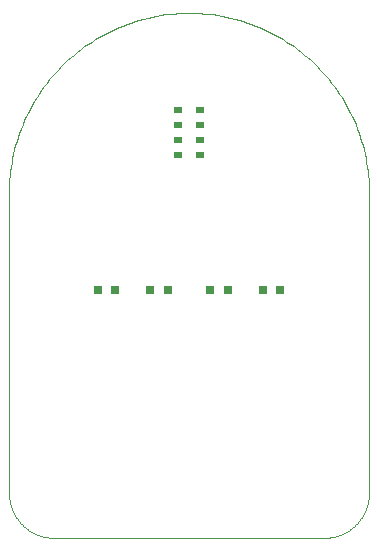
<source format=gtp>
G75*
%MOIN*%
%OFA0B0*%
%FSLAX25Y25*%
%IPPOS*%
%LPD*%
%AMOC8*
5,1,8,0,0,1.08239X$1,22.5*
%
%ADD10R,0.03150X0.01969*%
%ADD11C,0.00000*%
%ADD12R,0.03150X0.03150*%
D10*
X0057957Y0129217D03*
X0057957Y0134138D03*
X0057957Y0139059D03*
X0057957Y0143980D03*
X0065043Y0143980D03*
X0065043Y0139059D03*
X0065043Y0134138D03*
X0065043Y0129217D03*
D11*
X0001500Y0116500D02*
X0001500Y0016500D01*
X0001504Y0016138D01*
X0001518Y0015775D01*
X0001539Y0015413D01*
X0001570Y0015052D01*
X0001609Y0014692D01*
X0001657Y0014333D01*
X0001714Y0013975D01*
X0001779Y0013618D01*
X0001853Y0013263D01*
X0001936Y0012910D01*
X0002027Y0012559D01*
X0002126Y0012211D01*
X0002234Y0011865D01*
X0002350Y0011521D01*
X0002475Y0011181D01*
X0002607Y0010844D01*
X0002748Y0010510D01*
X0002897Y0010179D01*
X0003054Y0009852D01*
X0003218Y0009529D01*
X0003390Y0009210D01*
X0003570Y0008896D01*
X0003758Y0008585D01*
X0003953Y0008280D01*
X0004155Y0007979D01*
X0004365Y0007683D01*
X0004581Y0007393D01*
X0004805Y0007107D01*
X0005035Y0006827D01*
X0005272Y0006553D01*
X0005516Y0006285D01*
X0005766Y0006022D01*
X0006022Y0005766D01*
X0006285Y0005516D01*
X0006553Y0005272D01*
X0006827Y0005035D01*
X0007107Y0004805D01*
X0007393Y0004581D01*
X0007683Y0004365D01*
X0007979Y0004155D01*
X0008280Y0003953D01*
X0008585Y0003758D01*
X0008896Y0003570D01*
X0009210Y0003390D01*
X0009529Y0003218D01*
X0009852Y0003054D01*
X0010179Y0002897D01*
X0010510Y0002748D01*
X0010844Y0002607D01*
X0011181Y0002475D01*
X0011521Y0002350D01*
X0011865Y0002234D01*
X0012211Y0002126D01*
X0012559Y0002027D01*
X0012910Y0001936D01*
X0013263Y0001853D01*
X0013618Y0001779D01*
X0013975Y0001714D01*
X0014333Y0001657D01*
X0014692Y0001609D01*
X0015052Y0001570D01*
X0015413Y0001539D01*
X0015775Y0001518D01*
X0016138Y0001504D01*
X0016500Y0001500D01*
X0106500Y0001500D01*
X0106862Y0001504D01*
X0107225Y0001518D01*
X0107587Y0001539D01*
X0107948Y0001570D01*
X0108308Y0001609D01*
X0108667Y0001657D01*
X0109025Y0001714D01*
X0109382Y0001779D01*
X0109737Y0001853D01*
X0110090Y0001936D01*
X0110441Y0002027D01*
X0110789Y0002126D01*
X0111135Y0002234D01*
X0111479Y0002350D01*
X0111819Y0002475D01*
X0112156Y0002607D01*
X0112490Y0002748D01*
X0112821Y0002897D01*
X0113148Y0003054D01*
X0113471Y0003218D01*
X0113790Y0003390D01*
X0114104Y0003570D01*
X0114415Y0003758D01*
X0114720Y0003953D01*
X0115021Y0004155D01*
X0115317Y0004365D01*
X0115607Y0004581D01*
X0115893Y0004805D01*
X0116173Y0005035D01*
X0116447Y0005272D01*
X0116715Y0005516D01*
X0116978Y0005766D01*
X0117234Y0006022D01*
X0117484Y0006285D01*
X0117728Y0006553D01*
X0117965Y0006827D01*
X0118195Y0007107D01*
X0118419Y0007393D01*
X0118635Y0007683D01*
X0118845Y0007979D01*
X0119047Y0008280D01*
X0119242Y0008585D01*
X0119430Y0008896D01*
X0119610Y0009210D01*
X0119782Y0009529D01*
X0119946Y0009852D01*
X0120103Y0010179D01*
X0120252Y0010510D01*
X0120393Y0010844D01*
X0120525Y0011181D01*
X0120650Y0011521D01*
X0120766Y0011865D01*
X0120874Y0012211D01*
X0120973Y0012559D01*
X0121064Y0012910D01*
X0121147Y0013263D01*
X0121221Y0013618D01*
X0121286Y0013975D01*
X0121343Y0014333D01*
X0121391Y0014692D01*
X0121430Y0015052D01*
X0121461Y0015413D01*
X0121482Y0015775D01*
X0121496Y0016138D01*
X0121500Y0016500D01*
X0121500Y0116500D01*
X0121482Y0117961D01*
X0121429Y0119421D01*
X0121340Y0120880D01*
X0121216Y0122336D01*
X0121056Y0123788D01*
X0120861Y0125236D01*
X0120630Y0126679D01*
X0120365Y0128116D01*
X0120065Y0129546D01*
X0119730Y0130968D01*
X0119360Y0132382D01*
X0118956Y0133786D01*
X0118518Y0135180D01*
X0118046Y0136563D01*
X0117541Y0137934D01*
X0117002Y0139292D01*
X0116431Y0140637D01*
X0115827Y0141967D01*
X0115191Y0143283D01*
X0114523Y0144582D01*
X0113823Y0145865D01*
X0113092Y0147130D01*
X0112331Y0148378D01*
X0111540Y0149606D01*
X0110719Y0150815D01*
X0109869Y0152003D01*
X0108990Y0153170D01*
X0108083Y0154316D01*
X0107148Y0155439D01*
X0106186Y0156539D01*
X0105198Y0157615D01*
X0104184Y0158667D01*
X0103144Y0159694D01*
X0102080Y0160695D01*
X0100992Y0161671D01*
X0099880Y0162619D01*
X0098746Y0163540D01*
X0097589Y0164433D01*
X0096412Y0165297D01*
X0095213Y0166133D01*
X0093994Y0166939D01*
X0092756Y0167716D01*
X0091500Y0168462D01*
X0090226Y0169177D01*
X0088935Y0169861D01*
X0087627Y0170513D01*
X0086304Y0171133D01*
X0084966Y0171721D01*
X0083615Y0172276D01*
X0082250Y0172798D01*
X0080873Y0173286D01*
X0079484Y0173741D01*
X0078085Y0174162D01*
X0076676Y0174549D01*
X0075258Y0174901D01*
X0073832Y0175219D01*
X0072398Y0175502D01*
X0070958Y0175750D01*
X0069513Y0175963D01*
X0068062Y0176140D01*
X0066608Y0176282D01*
X0065151Y0176389D01*
X0063691Y0176460D01*
X0062231Y0176496D01*
X0060769Y0176496D01*
X0059309Y0176460D01*
X0057849Y0176389D01*
X0056392Y0176282D01*
X0054938Y0176140D01*
X0053487Y0175963D01*
X0052042Y0175750D01*
X0050602Y0175502D01*
X0049168Y0175219D01*
X0047742Y0174901D01*
X0046324Y0174549D01*
X0044915Y0174162D01*
X0043516Y0173741D01*
X0042127Y0173286D01*
X0040750Y0172798D01*
X0039385Y0172276D01*
X0038034Y0171721D01*
X0036696Y0171133D01*
X0035373Y0170513D01*
X0034065Y0169861D01*
X0032774Y0169177D01*
X0031500Y0168462D01*
X0030244Y0167716D01*
X0029006Y0166939D01*
X0027787Y0166133D01*
X0026588Y0165297D01*
X0025411Y0164433D01*
X0024254Y0163540D01*
X0023120Y0162619D01*
X0022008Y0161671D01*
X0020920Y0160695D01*
X0019856Y0159694D01*
X0018816Y0158667D01*
X0017802Y0157615D01*
X0016814Y0156539D01*
X0015852Y0155439D01*
X0014917Y0154316D01*
X0014010Y0153170D01*
X0013131Y0152003D01*
X0012281Y0150815D01*
X0011460Y0149606D01*
X0010669Y0148378D01*
X0009908Y0147130D01*
X0009177Y0145865D01*
X0008477Y0144582D01*
X0007809Y0143283D01*
X0007173Y0141967D01*
X0006569Y0140637D01*
X0005998Y0139292D01*
X0005459Y0137934D01*
X0004954Y0136563D01*
X0004482Y0135180D01*
X0004044Y0133786D01*
X0003640Y0132382D01*
X0003270Y0130968D01*
X0002935Y0129546D01*
X0002635Y0128116D01*
X0002370Y0126679D01*
X0002139Y0125236D01*
X0001944Y0123788D01*
X0001784Y0122336D01*
X0001660Y0120880D01*
X0001571Y0119421D01*
X0001518Y0117961D01*
X0001500Y0116500D01*
D12*
X0031047Y0084000D03*
X0036953Y0084000D03*
X0048547Y0084000D03*
X0054453Y0084000D03*
X0068547Y0084000D03*
X0074453Y0084000D03*
X0086047Y0084000D03*
X0091953Y0084000D03*
M02*

</source>
